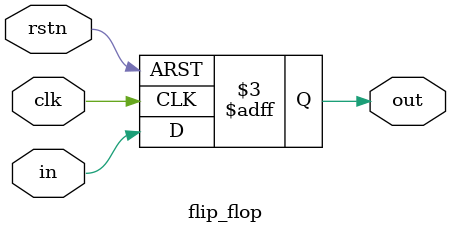
<source format=sv>

module flip_flop
(
	input 	logic clk,
	input 	logic rstn,
	input 	logic in,
	output	logic out
);

	always_ff@(posedge clk, negedge rstn) begin
		if (rstn == 1'b0)
			out <= 1'b0;
		else
			out <= in;
	end
endmodule

</source>
